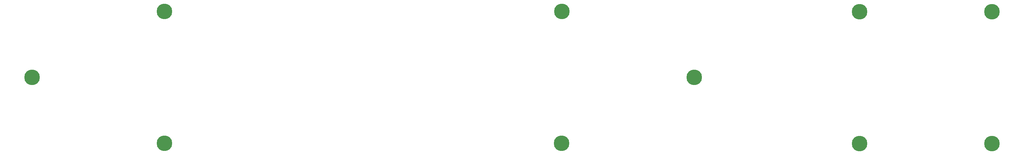
<source format=gbr>
G04 #@! TF.GenerationSoftware,KiCad,Pcbnew,(5.1.2-1)-1*
G04 #@! TF.CreationDate,2020-01-22T17:39:03-06:00*
G04 #@! TF.ProjectId,therick_top_plate,74686572-6963-46b5-9f74-6f705f706c61,rev?*
G04 #@! TF.SameCoordinates,Original*
G04 #@! TF.FileFunction,Copper,L2,Bot*
G04 #@! TF.FilePolarity,Positive*
%FSLAX46Y46*%
G04 Gerber Fmt 4.6, Leading zero omitted, Abs format (unit mm)*
G04 Created by KiCad (PCBNEW (5.1.2-1)-1) date 2020-01-22 17:39:03*
%MOMM*%
%LPD*%
G04 APERTURE LIST*
%ADD10C,4.500000*%
G04 APERTURE END LIST*
D10*
X341312500Y-92075000D03*
X303212500Y-92075000D03*
X341312500Y-53975000D03*
X303212500Y-53975000D03*
X65125600Y-72986900D03*
X103225600Y-53936900D03*
X103225600Y-92036900D03*
X217538300Y-53936900D03*
X217525600Y-92036900D03*
X255638300Y-72986900D03*
M02*

</source>
